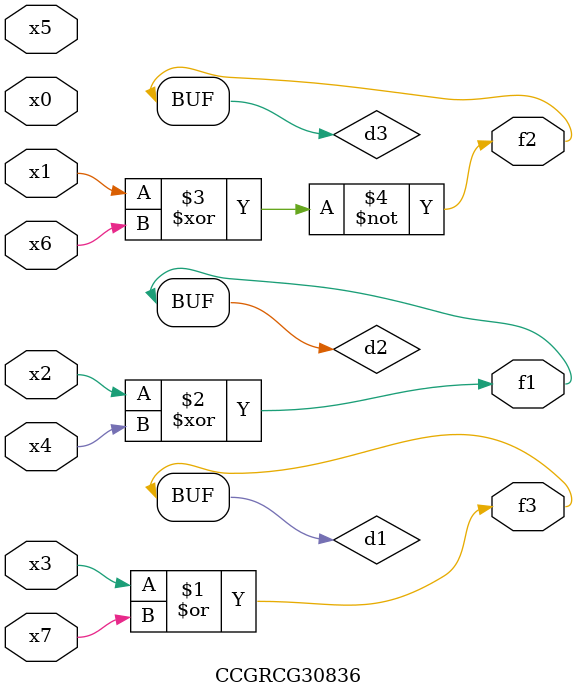
<source format=v>
module CCGRCG30836(
	input x0, x1, x2, x3, x4, x5, x6, x7,
	output f1, f2, f3
);

	wire d1, d2, d3;

	or (d1, x3, x7);
	xor (d2, x2, x4);
	xnor (d3, x1, x6);
	assign f1 = d2;
	assign f2 = d3;
	assign f3 = d1;
endmodule

</source>
